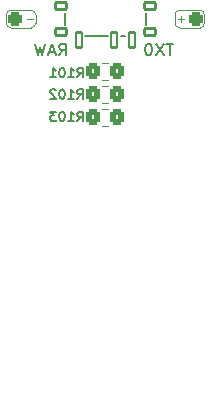
<source format=gbo>
%TF.GenerationSoftware,KiCad,Pcbnew,7.0.5*%
%TF.CreationDate,2023-10-28T19:32:45+05:30*%
%TF.ProjectId,tako_right,74616b6f-5f72-4696-9768-742e6b696361,rev?*%
%TF.SameCoordinates,Original*%
%TF.FileFunction,Legend,Bot*%
%TF.FilePolarity,Positive*%
%FSLAX46Y46*%
G04 Gerber Fmt 4.6, Leading zero omitted, Abs format (unit mm)*
G04 Created by KiCad (PCBNEW 7.0.5) date 2023-10-28 19:32:45*
%MOMM*%
%LPD*%
G01*
G04 APERTURE LIST*
G04 Aperture macros list*
%AMRoundRect*
0 Rectangle with rounded corners*
0 $1 Rounding radius*
0 $2 $3 $4 $5 $6 $7 $8 $9 X,Y pos of 4 corners*
0 Add a 4 corners polygon primitive as box body*
4,1,4,$2,$3,$4,$5,$6,$7,$8,$9,$2,$3,0*
0 Add four circle primitives for the rounded corners*
1,1,$1+$1,$2,$3*
1,1,$1+$1,$4,$5*
1,1,$1+$1,$6,$7*
1,1,$1+$1,$8,$9*
0 Add four rect primitives between the rounded corners*
20,1,$1+$1,$2,$3,$4,$5,0*
20,1,$1+$1,$4,$5,$6,$7,0*
20,1,$1+$1,$6,$7,$8,$9,0*
20,1,$1+$1,$8,$9,$2,$3,0*%
G04 Aperture macros list end*
%ADD10C,0.150000*%
%ADD11C,0.100000*%
%ADD12C,0.120000*%
%ADD13C,0.200000*%
%ADD14R,1.752600X1.752600*%
%ADD15C,1.752600*%
%ADD16RoundRect,0.312500X-0.312500X-0.312500X0.312500X-0.312500X0.312500X0.312500X-0.312500X0.312500X0*%
%ADD17C,4.500000*%
%ADD18C,3.500000*%
%ADD19RoundRect,0.312500X0.312500X0.312500X-0.312500X0.312500X-0.312500X-0.312500X0.312500X-0.312500X0*%
%ADD20C,0.800000*%
%ADD21O,2.000000X1.600000*%
%ADD22C,0.750000*%
%ADD23RoundRect,0.250000X0.350000X0.450000X-0.350000X0.450000X-0.350000X-0.450000X0.350000X-0.450000X0*%
%ADD24RoundRect,0.120000X-0.480000X-0.280000X0.480000X-0.280000X0.480000X0.280000X-0.480000X0.280000X0*%
%ADD25C,0.900000*%
%ADD26RoundRect,0.105000X-0.245000X-0.645000X0.245000X-0.645000X0.245000X0.645000X-0.245000X0.645000X0*%
%ADD27RoundRect,0.250000X-0.350000X-0.450000X0.350000X-0.450000X0.350000X0.450000X-0.350000X0.450000X0*%
G04 APERTURE END LIST*
D10*
%TO.C,R101*%
X43418610Y-62763754D02*
X43685277Y-62382801D01*
X43875753Y-62763754D02*
X43875753Y-61963754D01*
X43875753Y-61963754D02*
X43570991Y-61963754D01*
X43570991Y-61963754D02*
X43494801Y-62001849D01*
X43494801Y-62001849D02*
X43456706Y-62039944D01*
X43456706Y-62039944D02*
X43418610Y-62116135D01*
X43418610Y-62116135D02*
X43418610Y-62230420D01*
X43418610Y-62230420D02*
X43456706Y-62306611D01*
X43456706Y-62306611D02*
X43494801Y-62344706D01*
X43494801Y-62344706D02*
X43570991Y-62382801D01*
X43570991Y-62382801D02*
X43875753Y-62382801D01*
X42656706Y-62763754D02*
X43113849Y-62763754D01*
X42885277Y-62763754D02*
X42885277Y-61963754D01*
X42885277Y-61963754D02*
X42961468Y-62078039D01*
X42961468Y-62078039D02*
X43037658Y-62154230D01*
X43037658Y-62154230D02*
X43113849Y-62192325D01*
X42161467Y-61963754D02*
X42085277Y-61963754D01*
X42085277Y-61963754D02*
X42009086Y-62001849D01*
X42009086Y-62001849D02*
X41970991Y-62039944D01*
X41970991Y-62039944D02*
X41932896Y-62116135D01*
X41932896Y-62116135D02*
X41894801Y-62268516D01*
X41894801Y-62268516D02*
X41894801Y-62458992D01*
X41894801Y-62458992D02*
X41932896Y-62611373D01*
X41932896Y-62611373D02*
X41970991Y-62687563D01*
X41970991Y-62687563D02*
X42009086Y-62725659D01*
X42009086Y-62725659D02*
X42085277Y-62763754D01*
X42085277Y-62763754D02*
X42161467Y-62763754D01*
X42161467Y-62763754D02*
X42237658Y-62725659D01*
X42237658Y-62725659D02*
X42275753Y-62687563D01*
X42275753Y-62687563D02*
X42313848Y-62611373D01*
X42313848Y-62611373D02*
X42351944Y-62458992D01*
X42351944Y-62458992D02*
X42351944Y-62268516D01*
X42351944Y-62268516D02*
X42313848Y-62116135D01*
X42313848Y-62116135D02*
X42275753Y-62039944D01*
X42275753Y-62039944D02*
X42237658Y-62001849D01*
X42237658Y-62001849D02*
X42161467Y-61963754D01*
X41132896Y-62763754D02*
X41590039Y-62763754D01*
X41361467Y-62763754D02*
X41361467Y-61963754D01*
X41361467Y-61963754D02*
X41437658Y-62078039D01*
X41437658Y-62078039D02*
X41513848Y-62154230D01*
X41513848Y-62154230D02*
X41590039Y-62192325D01*
%TO.C,R102*%
X43418609Y-64578352D02*
X43685276Y-64197399D01*
X43875752Y-64578352D02*
X43875752Y-63778352D01*
X43875752Y-63778352D02*
X43570990Y-63778352D01*
X43570990Y-63778352D02*
X43494800Y-63816447D01*
X43494800Y-63816447D02*
X43456705Y-63854542D01*
X43456705Y-63854542D02*
X43418609Y-63930733D01*
X43418609Y-63930733D02*
X43418609Y-64045018D01*
X43418609Y-64045018D02*
X43456705Y-64121209D01*
X43456705Y-64121209D02*
X43494800Y-64159304D01*
X43494800Y-64159304D02*
X43570990Y-64197399D01*
X43570990Y-64197399D02*
X43875752Y-64197399D01*
X42656705Y-64578352D02*
X43113848Y-64578352D01*
X42885276Y-64578352D02*
X42885276Y-63778352D01*
X42885276Y-63778352D02*
X42961467Y-63892637D01*
X42961467Y-63892637D02*
X43037657Y-63968828D01*
X43037657Y-63968828D02*
X43113848Y-64006923D01*
X42161466Y-63778352D02*
X42085276Y-63778352D01*
X42085276Y-63778352D02*
X42009085Y-63816447D01*
X42009085Y-63816447D02*
X41970990Y-63854542D01*
X41970990Y-63854542D02*
X41932895Y-63930733D01*
X41932895Y-63930733D02*
X41894800Y-64083114D01*
X41894800Y-64083114D02*
X41894800Y-64273590D01*
X41894800Y-64273590D02*
X41932895Y-64425971D01*
X41932895Y-64425971D02*
X41970990Y-64502161D01*
X41970990Y-64502161D02*
X42009085Y-64540257D01*
X42009085Y-64540257D02*
X42085276Y-64578352D01*
X42085276Y-64578352D02*
X42161466Y-64578352D01*
X42161466Y-64578352D02*
X42237657Y-64540257D01*
X42237657Y-64540257D02*
X42275752Y-64502161D01*
X42275752Y-64502161D02*
X42313847Y-64425971D01*
X42313847Y-64425971D02*
X42351943Y-64273590D01*
X42351943Y-64273590D02*
X42351943Y-64083114D01*
X42351943Y-64083114D02*
X42313847Y-63930733D01*
X42313847Y-63930733D02*
X42275752Y-63854542D01*
X42275752Y-63854542D02*
X42237657Y-63816447D01*
X42237657Y-63816447D02*
X42161466Y-63778352D01*
X41590038Y-63854542D02*
X41551942Y-63816447D01*
X41551942Y-63816447D02*
X41475752Y-63778352D01*
X41475752Y-63778352D02*
X41285276Y-63778352D01*
X41285276Y-63778352D02*
X41209085Y-63816447D01*
X41209085Y-63816447D02*
X41170990Y-63854542D01*
X41170990Y-63854542D02*
X41132895Y-63930733D01*
X41132895Y-63930733D02*
X41132895Y-64006923D01*
X41132895Y-64006923D02*
X41170990Y-64121209D01*
X41170990Y-64121209D02*
X41628133Y-64578352D01*
X41628133Y-64578352D02*
X41132895Y-64578352D01*
%TO.C,U101*%
X51529405Y-59898477D02*
X50957977Y-59898477D01*
X51243691Y-60898477D02*
X51243691Y-59898477D01*
X50719881Y-59898477D02*
X50053215Y-60898477D01*
X50053215Y-59898477D02*
X50719881Y-60898477D01*
X49481786Y-59898477D02*
X49386548Y-59898477D01*
X49386548Y-59898477D02*
X49291310Y-59946096D01*
X49291310Y-59946096D02*
X49243691Y-59993715D01*
X49243691Y-59993715D02*
X49196072Y-60088953D01*
X49196072Y-60088953D02*
X49148453Y-60279429D01*
X49148453Y-60279429D02*
X49148453Y-60517524D01*
X49148453Y-60517524D02*
X49196072Y-60708000D01*
X49196072Y-60708000D02*
X49243691Y-60803238D01*
X49243691Y-60803238D02*
X49291310Y-60850858D01*
X49291310Y-60850858D02*
X49386548Y-60898477D01*
X49386548Y-60898477D02*
X49481786Y-60898477D01*
X49481786Y-60898477D02*
X49577024Y-60850858D01*
X49577024Y-60850858D02*
X49624643Y-60803238D01*
X49624643Y-60803238D02*
X49672262Y-60708000D01*
X49672262Y-60708000D02*
X49719881Y-60517524D01*
X49719881Y-60517524D02*
X49719881Y-60279429D01*
X49719881Y-60279429D02*
X49672262Y-60088953D01*
X49672262Y-60088953D02*
X49624643Y-59993715D01*
X49624643Y-59993715D02*
X49577024Y-59946096D01*
X49577024Y-59946096D02*
X49481786Y-59898477D01*
X41881787Y-60898477D02*
X42215120Y-60422286D01*
X42453215Y-60898477D02*
X42453215Y-59898477D01*
X42453215Y-59898477D02*
X42072263Y-59898477D01*
X42072263Y-59898477D02*
X41977025Y-59946096D01*
X41977025Y-59946096D02*
X41929406Y-59993715D01*
X41929406Y-59993715D02*
X41881787Y-60088953D01*
X41881787Y-60088953D02*
X41881787Y-60231810D01*
X41881787Y-60231810D02*
X41929406Y-60327048D01*
X41929406Y-60327048D02*
X41977025Y-60374667D01*
X41977025Y-60374667D02*
X42072263Y-60422286D01*
X42072263Y-60422286D02*
X42453215Y-60422286D01*
X41500834Y-60612762D02*
X41024644Y-60612762D01*
X41596072Y-60898477D02*
X41262739Y-59898477D01*
X41262739Y-59898477D02*
X40929406Y-60898477D01*
X40691310Y-59898477D02*
X40453215Y-60898477D01*
X40453215Y-60898477D02*
X40262739Y-60184191D01*
X40262739Y-60184191D02*
X40072263Y-60898477D01*
X40072263Y-60898477D02*
X39834168Y-59898477D01*
%TO.C,R103*%
X43418611Y-66463752D02*
X43685278Y-66082799D01*
X43875754Y-66463752D02*
X43875754Y-65663752D01*
X43875754Y-65663752D02*
X43570992Y-65663752D01*
X43570992Y-65663752D02*
X43494802Y-65701847D01*
X43494802Y-65701847D02*
X43456707Y-65739942D01*
X43456707Y-65739942D02*
X43418611Y-65816133D01*
X43418611Y-65816133D02*
X43418611Y-65930418D01*
X43418611Y-65930418D02*
X43456707Y-66006609D01*
X43456707Y-66006609D02*
X43494802Y-66044704D01*
X43494802Y-66044704D02*
X43570992Y-66082799D01*
X43570992Y-66082799D02*
X43875754Y-66082799D01*
X42656707Y-66463752D02*
X43113850Y-66463752D01*
X42885278Y-66463752D02*
X42885278Y-65663752D01*
X42885278Y-65663752D02*
X42961469Y-65778037D01*
X42961469Y-65778037D02*
X43037659Y-65854228D01*
X43037659Y-65854228D02*
X43113850Y-65892323D01*
X42161468Y-65663752D02*
X42085278Y-65663752D01*
X42085278Y-65663752D02*
X42009087Y-65701847D01*
X42009087Y-65701847D02*
X41970992Y-65739942D01*
X41970992Y-65739942D02*
X41932897Y-65816133D01*
X41932897Y-65816133D02*
X41894802Y-65968514D01*
X41894802Y-65968514D02*
X41894802Y-66158990D01*
X41894802Y-66158990D02*
X41932897Y-66311371D01*
X41932897Y-66311371D02*
X41970992Y-66387561D01*
X41970992Y-66387561D02*
X42009087Y-66425657D01*
X42009087Y-66425657D02*
X42085278Y-66463752D01*
X42085278Y-66463752D02*
X42161468Y-66463752D01*
X42161468Y-66463752D02*
X42237659Y-66425657D01*
X42237659Y-66425657D02*
X42275754Y-66387561D01*
X42275754Y-66387561D02*
X42313849Y-66311371D01*
X42313849Y-66311371D02*
X42351945Y-66158990D01*
X42351945Y-66158990D02*
X42351945Y-65968514D01*
X42351945Y-65968514D02*
X42313849Y-65816133D01*
X42313849Y-65816133D02*
X42275754Y-65739942D01*
X42275754Y-65739942D02*
X42237659Y-65701847D01*
X42237659Y-65701847D02*
X42161468Y-65663752D01*
X41628135Y-65663752D02*
X41132897Y-65663752D01*
X41132897Y-65663752D02*
X41399563Y-65968514D01*
X41399563Y-65968514D02*
X41285278Y-65968514D01*
X41285278Y-65968514D02*
X41209087Y-66006609D01*
X41209087Y-66006609D02*
X41170992Y-66044704D01*
X41170992Y-66044704D02*
X41132897Y-66120895D01*
X41132897Y-66120895D02*
X41132897Y-66311371D01*
X41132897Y-66311371D02*
X41170992Y-66387561D01*
X41170992Y-66387561D02*
X41209087Y-66425657D01*
X41209087Y-66425657D02*
X41285278Y-66463752D01*
X41285278Y-66463752D02*
X41513849Y-66463752D01*
X41513849Y-66463752D02*
X41590040Y-66425657D01*
X41590040Y-66425657D02*
X41628135Y-66387561D01*
D11*
%TO.C,BAT_HOLE-101*%
X37405480Y-58169423D02*
X37405480Y-57469423D01*
X37805480Y-57069423D02*
X39505480Y-57069423D01*
X39155480Y-57819423D02*
X39655480Y-57819423D01*
X39505480Y-58569423D02*
X37805480Y-58569423D01*
X39905480Y-57469423D02*
X39905480Y-58169423D01*
X37805480Y-57069423D02*
G75*
G03*
X37405480Y-57469423I-1J-399999D01*
G01*
X37405480Y-58169423D02*
G75*
G03*
X37805480Y-58569423I399999J-1D01*
G01*
X39905480Y-57469423D02*
G75*
G03*
X39505480Y-57069423I-400000J0D01*
G01*
X39505480Y-58569423D02*
G75*
G03*
X39905480Y-58169423I0J400000D01*
G01*
%TO.C,BAT_HOLE+101*%
X54178978Y-57469423D02*
X54178978Y-58169423D01*
X53778978Y-58569423D02*
X52078978Y-58569423D01*
X52428978Y-57819423D02*
X51928978Y-57819423D01*
X52178978Y-58069423D02*
X52178978Y-57569423D01*
X52078978Y-57069423D02*
X53778978Y-57069423D01*
X51678978Y-58169423D02*
X51678978Y-57469423D01*
X53778978Y-58569423D02*
G75*
G03*
X54178978Y-58169423I1J399999D01*
G01*
X54178978Y-57469423D02*
G75*
G03*
X53778978Y-57069423I-399999J1D01*
G01*
X51678978Y-58169423D02*
G75*
G03*
X52078978Y-58569423I400000J0D01*
G01*
X52078978Y-57069423D02*
G75*
G03*
X51678978Y-57469423I0J-400000D01*
G01*
D12*
%TO.C,R101*%
X46000436Y-62977136D02*
X45546308Y-62977136D01*
X46000436Y-61507136D02*
X45546308Y-61507136D01*
D13*
%TO.C,PSW101*%
X42391307Y-58342135D02*
X42391307Y-57342135D01*
X44091307Y-59262135D02*
X45991307Y-59262135D01*
X47091307Y-59262135D02*
X47491307Y-59262135D01*
X49191307Y-57342135D02*
X49191307Y-58342135D01*
D12*
%TO.C,R102*%
X45546310Y-63457135D02*
X46000438Y-63457135D01*
X45546310Y-64927135D02*
X46000438Y-64927135D01*
%TO.C,R103*%
X45546308Y-65407134D02*
X46000436Y-65407134D01*
X45546308Y-66877134D02*
X46000436Y-66877134D01*
%TD*%
D14*
%TO.C,U101*%
X53411311Y-60373658D03*
D15*
X53411311Y-62913658D03*
X53411311Y-65453658D03*
X53411311Y-67993658D03*
X53411311Y-70533658D03*
X53411311Y-73073658D03*
X53411311Y-75613658D03*
X53411311Y-78153658D03*
X53411311Y-80693658D03*
X53411311Y-83233658D03*
X53411311Y-85773658D03*
X53411311Y-88313658D03*
X38171311Y-88313658D03*
X38171311Y-85773658D03*
X38171311Y-83233658D03*
X38171311Y-80693658D03*
X38171311Y-78153658D03*
X38171311Y-75613658D03*
X38171311Y-73073658D03*
X38171311Y-70533658D03*
X38171311Y-67993658D03*
X38171311Y-65453658D03*
X38171311Y-62913658D03*
X38171311Y-60373658D03*
%TD*%
%LPC*%
D16*
%TO.C,BAT_HOLE-101*%
X38155480Y-57819423D03*
%TD*%
D17*
%TO.C,H103*%
X140906339Y-83435489D03*
%TD*%
%TO.C,H102*%
X140906350Y-64385490D03*
%TD*%
%TO.C,H18*%
X45829990Y-116671093D03*
%TD*%
%TO.C,H110*%
X64706339Y-35666056D03*
%TD*%
D18*
%TO.C,H115*%
X53181889Y-54480531D03*
%TD*%
D17*
%TO.C,H108*%
X102806338Y-86959989D03*
%TD*%
%TO.C,H105*%
X126906338Y-94960499D03*
%TD*%
%TO.C,H112*%
X64706342Y-74434994D03*
%TD*%
%TO.C,H113*%
X64247990Y-106243093D03*
%TD*%
D18*
%TO.C,H116*%
X38400564Y-54480077D03*
%TD*%
D17*
%TO.C,H104*%
X121856340Y-32666056D03*
%TD*%
%TO.C,H107*%
X102806347Y-65434996D03*
%TD*%
%TO.C,H114*%
X28851834Y-117014598D03*
%TD*%
D18*
%TO.C,H117*%
X53181888Y-97039423D03*
%TD*%
D17*
%TO.C,H101*%
X140906345Y-44666058D03*
%TD*%
D19*
%TO.C,BAT_HOLE+101*%
X53428978Y-57819423D03*
%TD*%
D15*
%TO.C,DISP101*%
X40711557Y-92332635D03*
X43251557Y-92332635D03*
X45791557Y-92332635D03*
X48331557Y-92332635D03*
X50871557Y-92332635D03*
%TD*%
D17*
%TO.C,H109*%
X83756337Y-33166058D03*
%TD*%
D20*
%TO.C,J101*%
X38262468Y-97030596D03*
X45262468Y-97030596D03*
D21*
X47962468Y-99330596D03*
X39862468Y-94730596D03*
X42862468Y-94730596D03*
X46862468Y-94730596D03*
%TD*%
D22*
%TO.C,RSW101*%
X37062468Y-105230596D03*
X39812468Y-105230596D03*
%TD*%
D17*
%TO.C,H111*%
X64706336Y-55384996D03*
%TD*%
%TO.C,H106*%
X102806346Y-46384994D03*
%TD*%
D23*
%TO.C,R101*%
X46773372Y-62242136D03*
X44773372Y-62242136D03*
%TD*%
D24*
%TO.C,PSW101*%
X42041307Y-56712135D03*
X42041307Y-58922135D03*
D25*
X44291307Y-57812135D03*
X47291307Y-57812135D03*
D24*
X49541307Y-56712135D03*
X49541307Y-58922135D03*
D26*
X43541307Y-59572135D03*
X46541307Y-59572135D03*
X48041307Y-59572135D03*
%TD*%
D27*
%TO.C,R102*%
X44773374Y-64192135D03*
X46773374Y-64192135D03*
%TD*%
D14*
%TO.C,U101*%
X53411311Y-60373658D03*
D15*
X53411311Y-62913658D03*
X53411311Y-65453658D03*
X53411311Y-67993658D03*
X53411311Y-70533658D03*
X53411311Y-73073658D03*
X53411311Y-75613658D03*
X53411311Y-78153658D03*
X53411311Y-80693658D03*
X53411311Y-83233658D03*
X53411311Y-85773658D03*
X53411311Y-88313658D03*
X38171311Y-88313658D03*
X38171311Y-85773658D03*
X38171311Y-83233658D03*
X38171311Y-80693658D03*
X38171311Y-78153658D03*
X38171311Y-75613658D03*
X38171311Y-73073658D03*
X38171311Y-70533658D03*
X38171311Y-67993658D03*
X38171311Y-65453658D03*
X38171311Y-62913658D03*
X38171311Y-60373658D03*
%TD*%
D27*
%TO.C,R103*%
X44773372Y-66142134D03*
X46773372Y-66142134D03*
%TD*%
%LPD*%
M02*

</source>
